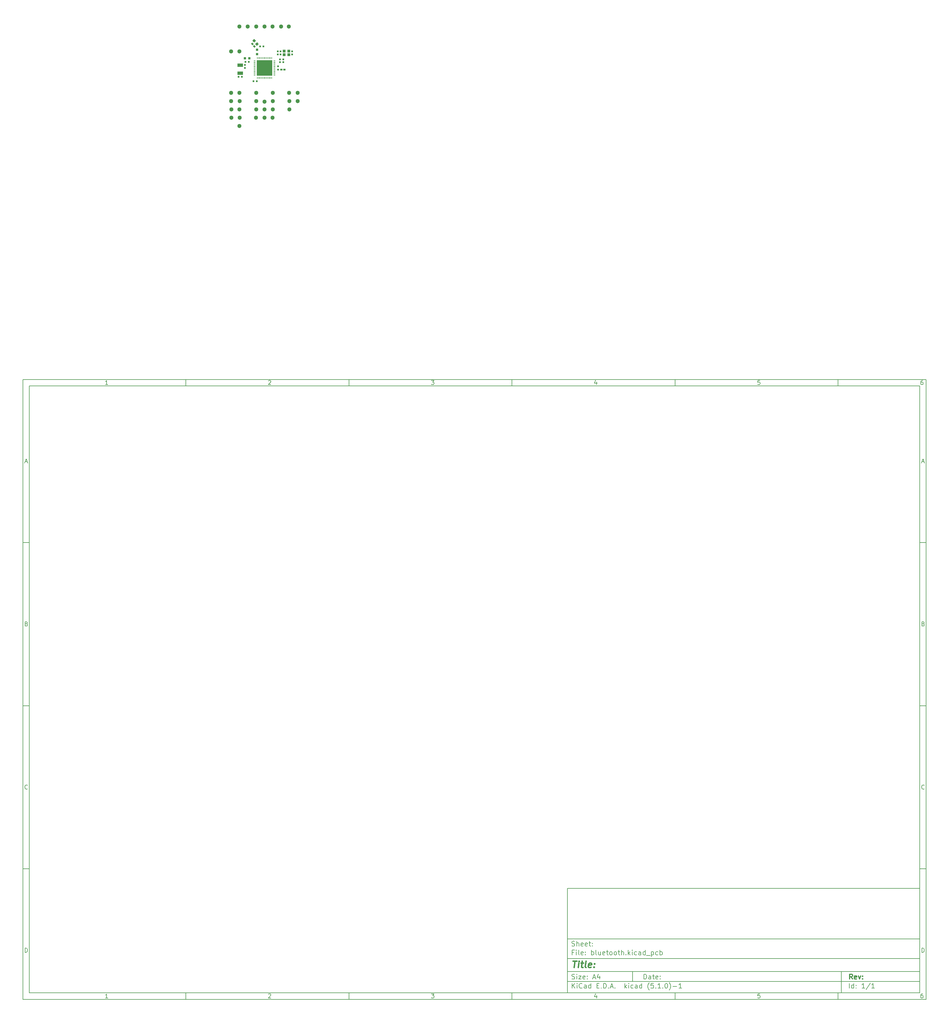
<source format=gbr>
G04 #@! TF.GenerationSoftware,KiCad,Pcbnew,(5.1.0)-1*
G04 #@! TF.CreationDate,2019-07-07T14:12:54+03:00*
G04 #@! TF.ProjectId,bluetooth,626c7565-746f-46f7-9468-2e6b69636164,rev?*
G04 #@! TF.SameCoordinates,Original*
G04 #@! TF.FileFunction,Soldermask,Top*
G04 #@! TF.FilePolarity,Negative*
%FSLAX46Y46*%
G04 Gerber Fmt 4.6, Leading zero omitted, Abs format (unit mm)*
G04 Created by KiCad (PCBNEW (5.1.0)-1) date 2019-07-07 14:12:54*
%MOMM*%
%LPD*%
G04 APERTURE LIST*
%ADD10C,0.100000*%
%ADD11C,0.150000*%
%ADD12C,0.300000*%
%ADD13C,0.400000*%
%ADD14C,1.300000*%
%ADD15O,0.650000X0.200000*%
%ADD16O,0.200000X0.650000*%
%ADD17R,4.700000X4.700000*%
%ADD18R,0.600000X0.500000*%
%ADD19C,0.750000*%
%ADD20C,0.500000*%
%ADD21R,0.800000X0.750000*%
%ADD22R,0.500000X0.600000*%
%ADD23R,0.950000X0.850000*%
%ADD24R,0.750000X0.800000*%
%ADD25R,0.650000X0.500000*%
%ADD26R,1.800000X1.000000*%
G04 APERTURE END LIST*
D10*
D11*
X177002200Y-166007200D02*
X177002200Y-198007200D01*
X285002200Y-198007200D01*
X285002200Y-166007200D01*
X177002200Y-166007200D01*
D10*
D11*
X10000000Y-10000000D02*
X10000000Y-200007200D01*
X287002200Y-200007200D01*
X287002200Y-10000000D01*
X10000000Y-10000000D01*
D10*
D11*
X12000000Y-12000000D02*
X12000000Y-198007200D01*
X285002200Y-198007200D01*
X285002200Y-12000000D01*
X12000000Y-12000000D01*
D10*
D11*
X60000000Y-12000000D02*
X60000000Y-10000000D01*
D10*
D11*
X110000000Y-12000000D02*
X110000000Y-10000000D01*
D10*
D11*
X160000000Y-12000000D02*
X160000000Y-10000000D01*
D10*
D11*
X210000000Y-12000000D02*
X210000000Y-10000000D01*
D10*
D11*
X260000000Y-12000000D02*
X260000000Y-10000000D01*
D10*
D11*
X36065476Y-11588095D02*
X35322619Y-11588095D01*
X35694047Y-11588095D02*
X35694047Y-10288095D01*
X35570238Y-10473809D01*
X35446428Y-10597619D01*
X35322619Y-10659523D01*
D10*
D11*
X85322619Y-10411904D02*
X85384523Y-10350000D01*
X85508333Y-10288095D01*
X85817857Y-10288095D01*
X85941666Y-10350000D01*
X86003571Y-10411904D01*
X86065476Y-10535714D01*
X86065476Y-10659523D01*
X86003571Y-10845238D01*
X85260714Y-11588095D01*
X86065476Y-11588095D01*
D10*
D11*
X135260714Y-10288095D02*
X136065476Y-10288095D01*
X135632142Y-10783333D01*
X135817857Y-10783333D01*
X135941666Y-10845238D01*
X136003571Y-10907142D01*
X136065476Y-11030952D01*
X136065476Y-11340476D01*
X136003571Y-11464285D01*
X135941666Y-11526190D01*
X135817857Y-11588095D01*
X135446428Y-11588095D01*
X135322619Y-11526190D01*
X135260714Y-11464285D01*
D10*
D11*
X185941666Y-10721428D02*
X185941666Y-11588095D01*
X185632142Y-10226190D02*
X185322619Y-11154761D01*
X186127380Y-11154761D01*
D10*
D11*
X236003571Y-10288095D02*
X235384523Y-10288095D01*
X235322619Y-10907142D01*
X235384523Y-10845238D01*
X235508333Y-10783333D01*
X235817857Y-10783333D01*
X235941666Y-10845238D01*
X236003571Y-10907142D01*
X236065476Y-11030952D01*
X236065476Y-11340476D01*
X236003571Y-11464285D01*
X235941666Y-11526190D01*
X235817857Y-11588095D01*
X235508333Y-11588095D01*
X235384523Y-11526190D01*
X235322619Y-11464285D01*
D10*
D11*
X285941666Y-10288095D02*
X285694047Y-10288095D01*
X285570238Y-10350000D01*
X285508333Y-10411904D01*
X285384523Y-10597619D01*
X285322619Y-10845238D01*
X285322619Y-11340476D01*
X285384523Y-11464285D01*
X285446428Y-11526190D01*
X285570238Y-11588095D01*
X285817857Y-11588095D01*
X285941666Y-11526190D01*
X286003571Y-11464285D01*
X286065476Y-11340476D01*
X286065476Y-11030952D01*
X286003571Y-10907142D01*
X285941666Y-10845238D01*
X285817857Y-10783333D01*
X285570238Y-10783333D01*
X285446428Y-10845238D01*
X285384523Y-10907142D01*
X285322619Y-11030952D01*
D10*
D11*
X60000000Y-198007200D02*
X60000000Y-200007200D01*
D10*
D11*
X110000000Y-198007200D02*
X110000000Y-200007200D01*
D10*
D11*
X160000000Y-198007200D02*
X160000000Y-200007200D01*
D10*
D11*
X210000000Y-198007200D02*
X210000000Y-200007200D01*
D10*
D11*
X260000000Y-198007200D02*
X260000000Y-200007200D01*
D10*
D11*
X36065476Y-199595295D02*
X35322619Y-199595295D01*
X35694047Y-199595295D02*
X35694047Y-198295295D01*
X35570238Y-198481009D01*
X35446428Y-198604819D01*
X35322619Y-198666723D01*
D10*
D11*
X85322619Y-198419104D02*
X85384523Y-198357200D01*
X85508333Y-198295295D01*
X85817857Y-198295295D01*
X85941666Y-198357200D01*
X86003571Y-198419104D01*
X86065476Y-198542914D01*
X86065476Y-198666723D01*
X86003571Y-198852438D01*
X85260714Y-199595295D01*
X86065476Y-199595295D01*
D10*
D11*
X135260714Y-198295295D02*
X136065476Y-198295295D01*
X135632142Y-198790533D01*
X135817857Y-198790533D01*
X135941666Y-198852438D01*
X136003571Y-198914342D01*
X136065476Y-199038152D01*
X136065476Y-199347676D01*
X136003571Y-199471485D01*
X135941666Y-199533390D01*
X135817857Y-199595295D01*
X135446428Y-199595295D01*
X135322619Y-199533390D01*
X135260714Y-199471485D01*
D10*
D11*
X185941666Y-198728628D02*
X185941666Y-199595295D01*
X185632142Y-198233390D02*
X185322619Y-199161961D01*
X186127380Y-199161961D01*
D10*
D11*
X236003571Y-198295295D02*
X235384523Y-198295295D01*
X235322619Y-198914342D01*
X235384523Y-198852438D01*
X235508333Y-198790533D01*
X235817857Y-198790533D01*
X235941666Y-198852438D01*
X236003571Y-198914342D01*
X236065476Y-199038152D01*
X236065476Y-199347676D01*
X236003571Y-199471485D01*
X235941666Y-199533390D01*
X235817857Y-199595295D01*
X235508333Y-199595295D01*
X235384523Y-199533390D01*
X235322619Y-199471485D01*
D10*
D11*
X285941666Y-198295295D02*
X285694047Y-198295295D01*
X285570238Y-198357200D01*
X285508333Y-198419104D01*
X285384523Y-198604819D01*
X285322619Y-198852438D01*
X285322619Y-199347676D01*
X285384523Y-199471485D01*
X285446428Y-199533390D01*
X285570238Y-199595295D01*
X285817857Y-199595295D01*
X285941666Y-199533390D01*
X286003571Y-199471485D01*
X286065476Y-199347676D01*
X286065476Y-199038152D01*
X286003571Y-198914342D01*
X285941666Y-198852438D01*
X285817857Y-198790533D01*
X285570238Y-198790533D01*
X285446428Y-198852438D01*
X285384523Y-198914342D01*
X285322619Y-199038152D01*
D10*
D11*
X10000000Y-60000000D02*
X12000000Y-60000000D01*
D10*
D11*
X10000000Y-110000000D02*
X12000000Y-110000000D01*
D10*
D11*
X10000000Y-160000000D02*
X12000000Y-160000000D01*
D10*
D11*
X10690476Y-35216666D02*
X11309523Y-35216666D01*
X10566666Y-35588095D02*
X11000000Y-34288095D01*
X11433333Y-35588095D01*
D10*
D11*
X11092857Y-84907142D02*
X11278571Y-84969047D01*
X11340476Y-85030952D01*
X11402380Y-85154761D01*
X11402380Y-85340476D01*
X11340476Y-85464285D01*
X11278571Y-85526190D01*
X11154761Y-85588095D01*
X10659523Y-85588095D01*
X10659523Y-84288095D01*
X11092857Y-84288095D01*
X11216666Y-84350000D01*
X11278571Y-84411904D01*
X11340476Y-84535714D01*
X11340476Y-84659523D01*
X11278571Y-84783333D01*
X11216666Y-84845238D01*
X11092857Y-84907142D01*
X10659523Y-84907142D01*
D10*
D11*
X11402380Y-135464285D02*
X11340476Y-135526190D01*
X11154761Y-135588095D01*
X11030952Y-135588095D01*
X10845238Y-135526190D01*
X10721428Y-135402380D01*
X10659523Y-135278571D01*
X10597619Y-135030952D01*
X10597619Y-134845238D01*
X10659523Y-134597619D01*
X10721428Y-134473809D01*
X10845238Y-134350000D01*
X11030952Y-134288095D01*
X11154761Y-134288095D01*
X11340476Y-134350000D01*
X11402380Y-134411904D01*
D10*
D11*
X10659523Y-185588095D02*
X10659523Y-184288095D01*
X10969047Y-184288095D01*
X11154761Y-184350000D01*
X11278571Y-184473809D01*
X11340476Y-184597619D01*
X11402380Y-184845238D01*
X11402380Y-185030952D01*
X11340476Y-185278571D01*
X11278571Y-185402380D01*
X11154761Y-185526190D01*
X10969047Y-185588095D01*
X10659523Y-185588095D01*
D10*
D11*
X287002200Y-60000000D02*
X285002200Y-60000000D01*
D10*
D11*
X287002200Y-110000000D02*
X285002200Y-110000000D01*
D10*
D11*
X287002200Y-160000000D02*
X285002200Y-160000000D01*
D10*
D11*
X285692676Y-35216666D02*
X286311723Y-35216666D01*
X285568866Y-35588095D02*
X286002200Y-34288095D01*
X286435533Y-35588095D01*
D10*
D11*
X286095057Y-84907142D02*
X286280771Y-84969047D01*
X286342676Y-85030952D01*
X286404580Y-85154761D01*
X286404580Y-85340476D01*
X286342676Y-85464285D01*
X286280771Y-85526190D01*
X286156961Y-85588095D01*
X285661723Y-85588095D01*
X285661723Y-84288095D01*
X286095057Y-84288095D01*
X286218866Y-84350000D01*
X286280771Y-84411904D01*
X286342676Y-84535714D01*
X286342676Y-84659523D01*
X286280771Y-84783333D01*
X286218866Y-84845238D01*
X286095057Y-84907142D01*
X285661723Y-84907142D01*
D10*
D11*
X286404580Y-135464285D02*
X286342676Y-135526190D01*
X286156961Y-135588095D01*
X286033152Y-135588095D01*
X285847438Y-135526190D01*
X285723628Y-135402380D01*
X285661723Y-135278571D01*
X285599819Y-135030952D01*
X285599819Y-134845238D01*
X285661723Y-134597619D01*
X285723628Y-134473809D01*
X285847438Y-134350000D01*
X286033152Y-134288095D01*
X286156961Y-134288095D01*
X286342676Y-134350000D01*
X286404580Y-134411904D01*
D10*
D11*
X285661723Y-185588095D02*
X285661723Y-184288095D01*
X285971247Y-184288095D01*
X286156961Y-184350000D01*
X286280771Y-184473809D01*
X286342676Y-184597619D01*
X286404580Y-184845238D01*
X286404580Y-185030952D01*
X286342676Y-185278571D01*
X286280771Y-185402380D01*
X286156961Y-185526190D01*
X285971247Y-185588095D01*
X285661723Y-185588095D01*
D10*
D11*
X200434342Y-193785771D02*
X200434342Y-192285771D01*
X200791485Y-192285771D01*
X201005771Y-192357200D01*
X201148628Y-192500057D01*
X201220057Y-192642914D01*
X201291485Y-192928628D01*
X201291485Y-193142914D01*
X201220057Y-193428628D01*
X201148628Y-193571485D01*
X201005771Y-193714342D01*
X200791485Y-193785771D01*
X200434342Y-193785771D01*
X202577200Y-193785771D02*
X202577200Y-193000057D01*
X202505771Y-192857200D01*
X202362914Y-192785771D01*
X202077200Y-192785771D01*
X201934342Y-192857200D01*
X202577200Y-193714342D02*
X202434342Y-193785771D01*
X202077200Y-193785771D01*
X201934342Y-193714342D01*
X201862914Y-193571485D01*
X201862914Y-193428628D01*
X201934342Y-193285771D01*
X202077200Y-193214342D01*
X202434342Y-193214342D01*
X202577200Y-193142914D01*
X203077200Y-192785771D02*
X203648628Y-192785771D01*
X203291485Y-192285771D02*
X203291485Y-193571485D01*
X203362914Y-193714342D01*
X203505771Y-193785771D01*
X203648628Y-193785771D01*
X204720057Y-193714342D02*
X204577200Y-193785771D01*
X204291485Y-193785771D01*
X204148628Y-193714342D01*
X204077200Y-193571485D01*
X204077200Y-193000057D01*
X204148628Y-192857200D01*
X204291485Y-192785771D01*
X204577200Y-192785771D01*
X204720057Y-192857200D01*
X204791485Y-193000057D01*
X204791485Y-193142914D01*
X204077200Y-193285771D01*
X205434342Y-193642914D02*
X205505771Y-193714342D01*
X205434342Y-193785771D01*
X205362914Y-193714342D01*
X205434342Y-193642914D01*
X205434342Y-193785771D01*
X205434342Y-192857200D02*
X205505771Y-192928628D01*
X205434342Y-193000057D01*
X205362914Y-192928628D01*
X205434342Y-192857200D01*
X205434342Y-193000057D01*
D10*
D11*
X177002200Y-194507200D02*
X285002200Y-194507200D01*
D10*
D11*
X178434342Y-196585771D02*
X178434342Y-195085771D01*
X179291485Y-196585771D02*
X178648628Y-195728628D01*
X179291485Y-195085771D02*
X178434342Y-195942914D01*
X179934342Y-196585771D02*
X179934342Y-195585771D01*
X179934342Y-195085771D02*
X179862914Y-195157200D01*
X179934342Y-195228628D01*
X180005771Y-195157200D01*
X179934342Y-195085771D01*
X179934342Y-195228628D01*
X181505771Y-196442914D02*
X181434342Y-196514342D01*
X181220057Y-196585771D01*
X181077200Y-196585771D01*
X180862914Y-196514342D01*
X180720057Y-196371485D01*
X180648628Y-196228628D01*
X180577200Y-195942914D01*
X180577200Y-195728628D01*
X180648628Y-195442914D01*
X180720057Y-195300057D01*
X180862914Y-195157200D01*
X181077200Y-195085771D01*
X181220057Y-195085771D01*
X181434342Y-195157200D01*
X181505771Y-195228628D01*
X182791485Y-196585771D02*
X182791485Y-195800057D01*
X182720057Y-195657200D01*
X182577200Y-195585771D01*
X182291485Y-195585771D01*
X182148628Y-195657200D01*
X182791485Y-196514342D02*
X182648628Y-196585771D01*
X182291485Y-196585771D01*
X182148628Y-196514342D01*
X182077200Y-196371485D01*
X182077200Y-196228628D01*
X182148628Y-196085771D01*
X182291485Y-196014342D01*
X182648628Y-196014342D01*
X182791485Y-195942914D01*
X184148628Y-196585771D02*
X184148628Y-195085771D01*
X184148628Y-196514342D02*
X184005771Y-196585771D01*
X183720057Y-196585771D01*
X183577200Y-196514342D01*
X183505771Y-196442914D01*
X183434342Y-196300057D01*
X183434342Y-195871485D01*
X183505771Y-195728628D01*
X183577200Y-195657200D01*
X183720057Y-195585771D01*
X184005771Y-195585771D01*
X184148628Y-195657200D01*
X186005771Y-195800057D02*
X186505771Y-195800057D01*
X186720057Y-196585771D02*
X186005771Y-196585771D01*
X186005771Y-195085771D01*
X186720057Y-195085771D01*
X187362914Y-196442914D02*
X187434342Y-196514342D01*
X187362914Y-196585771D01*
X187291485Y-196514342D01*
X187362914Y-196442914D01*
X187362914Y-196585771D01*
X188077200Y-196585771D02*
X188077200Y-195085771D01*
X188434342Y-195085771D01*
X188648628Y-195157200D01*
X188791485Y-195300057D01*
X188862914Y-195442914D01*
X188934342Y-195728628D01*
X188934342Y-195942914D01*
X188862914Y-196228628D01*
X188791485Y-196371485D01*
X188648628Y-196514342D01*
X188434342Y-196585771D01*
X188077200Y-196585771D01*
X189577200Y-196442914D02*
X189648628Y-196514342D01*
X189577200Y-196585771D01*
X189505771Y-196514342D01*
X189577200Y-196442914D01*
X189577200Y-196585771D01*
X190220057Y-196157200D02*
X190934342Y-196157200D01*
X190077200Y-196585771D02*
X190577200Y-195085771D01*
X191077200Y-196585771D01*
X191577200Y-196442914D02*
X191648628Y-196514342D01*
X191577200Y-196585771D01*
X191505771Y-196514342D01*
X191577200Y-196442914D01*
X191577200Y-196585771D01*
X194577200Y-196585771D02*
X194577200Y-195085771D01*
X194720057Y-196014342D02*
X195148628Y-196585771D01*
X195148628Y-195585771D02*
X194577200Y-196157200D01*
X195791485Y-196585771D02*
X195791485Y-195585771D01*
X195791485Y-195085771D02*
X195720057Y-195157200D01*
X195791485Y-195228628D01*
X195862914Y-195157200D01*
X195791485Y-195085771D01*
X195791485Y-195228628D01*
X197148628Y-196514342D02*
X197005771Y-196585771D01*
X196720057Y-196585771D01*
X196577200Y-196514342D01*
X196505771Y-196442914D01*
X196434342Y-196300057D01*
X196434342Y-195871485D01*
X196505771Y-195728628D01*
X196577200Y-195657200D01*
X196720057Y-195585771D01*
X197005771Y-195585771D01*
X197148628Y-195657200D01*
X198434342Y-196585771D02*
X198434342Y-195800057D01*
X198362914Y-195657200D01*
X198220057Y-195585771D01*
X197934342Y-195585771D01*
X197791485Y-195657200D01*
X198434342Y-196514342D02*
X198291485Y-196585771D01*
X197934342Y-196585771D01*
X197791485Y-196514342D01*
X197720057Y-196371485D01*
X197720057Y-196228628D01*
X197791485Y-196085771D01*
X197934342Y-196014342D01*
X198291485Y-196014342D01*
X198434342Y-195942914D01*
X199791485Y-196585771D02*
X199791485Y-195085771D01*
X199791485Y-196514342D02*
X199648628Y-196585771D01*
X199362914Y-196585771D01*
X199220057Y-196514342D01*
X199148628Y-196442914D01*
X199077200Y-196300057D01*
X199077200Y-195871485D01*
X199148628Y-195728628D01*
X199220057Y-195657200D01*
X199362914Y-195585771D01*
X199648628Y-195585771D01*
X199791485Y-195657200D01*
X202077200Y-197157200D02*
X202005771Y-197085771D01*
X201862914Y-196871485D01*
X201791485Y-196728628D01*
X201720057Y-196514342D01*
X201648628Y-196157200D01*
X201648628Y-195871485D01*
X201720057Y-195514342D01*
X201791485Y-195300057D01*
X201862914Y-195157200D01*
X202005771Y-194942914D01*
X202077200Y-194871485D01*
X203362914Y-195085771D02*
X202648628Y-195085771D01*
X202577200Y-195800057D01*
X202648628Y-195728628D01*
X202791485Y-195657200D01*
X203148628Y-195657200D01*
X203291485Y-195728628D01*
X203362914Y-195800057D01*
X203434342Y-195942914D01*
X203434342Y-196300057D01*
X203362914Y-196442914D01*
X203291485Y-196514342D01*
X203148628Y-196585771D01*
X202791485Y-196585771D01*
X202648628Y-196514342D01*
X202577200Y-196442914D01*
X204077200Y-196442914D02*
X204148628Y-196514342D01*
X204077200Y-196585771D01*
X204005771Y-196514342D01*
X204077200Y-196442914D01*
X204077200Y-196585771D01*
X205577200Y-196585771D02*
X204720057Y-196585771D01*
X205148628Y-196585771D02*
X205148628Y-195085771D01*
X205005771Y-195300057D01*
X204862914Y-195442914D01*
X204720057Y-195514342D01*
X206220057Y-196442914D02*
X206291485Y-196514342D01*
X206220057Y-196585771D01*
X206148628Y-196514342D01*
X206220057Y-196442914D01*
X206220057Y-196585771D01*
X207220057Y-195085771D02*
X207362914Y-195085771D01*
X207505771Y-195157200D01*
X207577200Y-195228628D01*
X207648628Y-195371485D01*
X207720057Y-195657200D01*
X207720057Y-196014342D01*
X207648628Y-196300057D01*
X207577200Y-196442914D01*
X207505771Y-196514342D01*
X207362914Y-196585771D01*
X207220057Y-196585771D01*
X207077200Y-196514342D01*
X207005771Y-196442914D01*
X206934342Y-196300057D01*
X206862914Y-196014342D01*
X206862914Y-195657200D01*
X206934342Y-195371485D01*
X207005771Y-195228628D01*
X207077200Y-195157200D01*
X207220057Y-195085771D01*
X208220057Y-197157200D02*
X208291485Y-197085771D01*
X208434342Y-196871485D01*
X208505771Y-196728628D01*
X208577200Y-196514342D01*
X208648628Y-196157200D01*
X208648628Y-195871485D01*
X208577200Y-195514342D01*
X208505771Y-195300057D01*
X208434342Y-195157200D01*
X208291485Y-194942914D01*
X208220057Y-194871485D01*
X209362914Y-196014342D02*
X210505771Y-196014342D01*
X212005771Y-196585771D02*
X211148628Y-196585771D01*
X211577200Y-196585771D02*
X211577200Y-195085771D01*
X211434342Y-195300057D01*
X211291485Y-195442914D01*
X211148628Y-195514342D01*
D10*
D11*
X177002200Y-191507200D02*
X285002200Y-191507200D01*
D10*
D12*
X264411485Y-193785771D02*
X263911485Y-193071485D01*
X263554342Y-193785771D02*
X263554342Y-192285771D01*
X264125771Y-192285771D01*
X264268628Y-192357200D01*
X264340057Y-192428628D01*
X264411485Y-192571485D01*
X264411485Y-192785771D01*
X264340057Y-192928628D01*
X264268628Y-193000057D01*
X264125771Y-193071485D01*
X263554342Y-193071485D01*
X265625771Y-193714342D02*
X265482914Y-193785771D01*
X265197200Y-193785771D01*
X265054342Y-193714342D01*
X264982914Y-193571485D01*
X264982914Y-193000057D01*
X265054342Y-192857200D01*
X265197200Y-192785771D01*
X265482914Y-192785771D01*
X265625771Y-192857200D01*
X265697200Y-193000057D01*
X265697200Y-193142914D01*
X264982914Y-193285771D01*
X266197200Y-192785771D02*
X266554342Y-193785771D01*
X266911485Y-192785771D01*
X267482914Y-193642914D02*
X267554342Y-193714342D01*
X267482914Y-193785771D01*
X267411485Y-193714342D01*
X267482914Y-193642914D01*
X267482914Y-193785771D01*
X267482914Y-192857200D02*
X267554342Y-192928628D01*
X267482914Y-193000057D01*
X267411485Y-192928628D01*
X267482914Y-192857200D01*
X267482914Y-193000057D01*
D10*
D11*
X178362914Y-193714342D02*
X178577200Y-193785771D01*
X178934342Y-193785771D01*
X179077200Y-193714342D01*
X179148628Y-193642914D01*
X179220057Y-193500057D01*
X179220057Y-193357200D01*
X179148628Y-193214342D01*
X179077200Y-193142914D01*
X178934342Y-193071485D01*
X178648628Y-193000057D01*
X178505771Y-192928628D01*
X178434342Y-192857200D01*
X178362914Y-192714342D01*
X178362914Y-192571485D01*
X178434342Y-192428628D01*
X178505771Y-192357200D01*
X178648628Y-192285771D01*
X179005771Y-192285771D01*
X179220057Y-192357200D01*
X179862914Y-193785771D02*
X179862914Y-192785771D01*
X179862914Y-192285771D02*
X179791485Y-192357200D01*
X179862914Y-192428628D01*
X179934342Y-192357200D01*
X179862914Y-192285771D01*
X179862914Y-192428628D01*
X180434342Y-192785771D02*
X181220057Y-192785771D01*
X180434342Y-193785771D01*
X181220057Y-193785771D01*
X182362914Y-193714342D02*
X182220057Y-193785771D01*
X181934342Y-193785771D01*
X181791485Y-193714342D01*
X181720057Y-193571485D01*
X181720057Y-193000057D01*
X181791485Y-192857200D01*
X181934342Y-192785771D01*
X182220057Y-192785771D01*
X182362914Y-192857200D01*
X182434342Y-193000057D01*
X182434342Y-193142914D01*
X181720057Y-193285771D01*
X183077200Y-193642914D02*
X183148628Y-193714342D01*
X183077200Y-193785771D01*
X183005771Y-193714342D01*
X183077200Y-193642914D01*
X183077200Y-193785771D01*
X183077200Y-192857200D02*
X183148628Y-192928628D01*
X183077200Y-193000057D01*
X183005771Y-192928628D01*
X183077200Y-192857200D01*
X183077200Y-193000057D01*
X184862914Y-193357200D02*
X185577200Y-193357200D01*
X184720057Y-193785771D02*
X185220057Y-192285771D01*
X185720057Y-193785771D01*
X186862914Y-192785771D02*
X186862914Y-193785771D01*
X186505771Y-192214342D02*
X186148628Y-193285771D01*
X187077200Y-193285771D01*
D10*
D11*
X263434342Y-196585771D02*
X263434342Y-195085771D01*
X264791485Y-196585771D02*
X264791485Y-195085771D01*
X264791485Y-196514342D02*
X264648628Y-196585771D01*
X264362914Y-196585771D01*
X264220057Y-196514342D01*
X264148628Y-196442914D01*
X264077200Y-196300057D01*
X264077200Y-195871485D01*
X264148628Y-195728628D01*
X264220057Y-195657200D01*
X264362914Y-195585771D01*
X264648628Y-195585771D01*
X264791485Y-195657200D01*
X265505771Y-196442914D02*
X265577200Y-196514342D01*
X265505771Y-196585771D01*
X265434342Y-196514342D01*
X265505771Y-196442914D01*
X265505771Y-196585771D01*
X265505771Y-195657200D02*
X265577200Y-195728628D01*
X265505771Y-195800057D01*
X265434342Y-195728628D01*
X265505771Y-195657200D01*
X265505771Y-195800057D01*
X268148628Y-196585771D02*
X267291485Y-196585771D01*
X267720057Y-196585771D02*
X267720057Y-195085771D01*
X267577200Y-195300057D01*
X267434342Y-195442914D01*
X267291485Y-195514342D01*
X269862914Y-195014342D02*
X268577200Y-196942914D01*
X271148628Y-196585771D02*
X270291485Y-196585771D01*
X270720057Y-196585771D02*
X270720057Y-195085771D01*
X270577200Y-195300057D01*
X270434342Y-195442914D01*
X270291485Y-195514342D01*
D10*
D11*
X177002200Y-187507200D02*
X285002200Y-187507200D01*
D10*
D13*
X178714580Y-188211961D02*
X179857438Y-188211961D01*
X179036009Y-190211961D02*
X179286009Y-188211961D01*
X180274104Y-190211961D02*
X180440771Y-188878628D01*
X180524104Y-188211961D02*
X180416961Y-188307200D01*
X180500295Y-188402438D01*
X180607438Y-188307200D01*
X180524104Y-188211961D01*
X180500295Y-188402438D01*
X181107438Y-188878628D02*
X181869342Y-188878628D01*
X181476485Y-188211961D02*
X181262200Y-189926247D01*
X181333628Y-190116723D01*
X181512200Y-190211961D01*
X181702676Y-190211961D01*
X182655057Y-190211961D02*
X182476485Y-190116723D01*
X182405057Y-189926247D01*
X182619342Y-188211961D01*
X184190771Y-190116723D02*
X183988390Y-190211961D01*
X183607438Y-190211961D01*
X183428866Y-190116723D01*
X183357438Y-189926247D01*
X183452676Y-189164342D01*
X183571723Y-188973866D01*
X183774104Y-188878628D01*
X184155057Y-188878628D01*
X184333628Y-188973866D01*
X184405057Y-189164342D01*
X184381247Y-189354819D01*
X183405057Y-189545295D01*
X185155057Y-190021485D02*
X185238390Y-190116723D01*
X185131247Y-190211961D01*
X185047914Y-190116723D01*
X185155057Y-190021485D01*
X185131247Y-190211961D01*
X185286009Y-188973866D02*
X185369342Y-189069104D01*
X185262200Y-189164342D01*
X185178866Y-189069104D01*
X185286009Y-188973866D01*
X185262200Y-189164342D01*
D10*
D11*
X178934342Y-185600057D02*
X178434342Y-185600057D01*
X178434342Y-186385771D02*
X178434342Y-184885771D01*
X179148628Y-184885771D01*
X179720057Y-186385771D02*
X179720057Y-185385771D01*
X179720057Y-184885771D02*
X179648628Y-184957200D01*
X179720057Y-185028628D01*
X179791485Y-184957200D01*
X179720057Y-184885771D01*
X179720057Y-185028628D01*
X180648628Y-186385771D02*
X180505771Y-186314342D01*
X180434342Y-186171485D01*
X180434342Y-184885771D01*
X181791485Y-186314342D02*
X181648628Y-186385771D01*
X181362914Y-186385771D01*
X181220057Y-186314342D01*
X181148628Y-186171485D01*
X181148628Y-185600057D01*
X181220057Y-185457200D01*
X181362914Y-185385771D01*
X181648628Y-185385771D01*
X181791485Y-185457200D01*
X181862914Y-185600057D01*
X181862914Y-185742914D01*
X181148628Y-185885771D01*
X182505771Y-186242914D02*
X182577200Y-186314342D01*
X182505771Y-186385771D01*
X182434342Y-186314342D01*
X182505771Y-186242914D01*
X182505771Y-186385771D01*
X182505771Y-185457200D02*
X182577200Y-185528628D01*
X182505771Y-185600057D01*
X182434342Y-185528628D01*
X182505771Y-185457200D01*
X182505771Y-185600057D01*
X184362914Y-186385771D02*
X184362914Y-184885771D01*
X184362914Y-185457200D02*
X184505771Y-185385771D01*
X184791485Y-185385771D01*
X184934342Y-185457200D01*
X185005771Y-185528628D01*
X185077200Y-185671485D01*
X185077200Y-186100057D01*
X185005771Y-186242914D01*
X184934342Y-186314342D01*
X184791485Y-186385771D01*
X184505771Y-186385771D01*
X184362914Y-186314342D01*
X185934342Y-186385771D02*
X185791485Y-186314342D01*
X185720057Y-186171485D01*
X185720057Y-184885771D01*
X187148628Y-185385771D02*
X187148628Y-186385771D01*
X186505771Y-185385771D02*
X186505771Y-186171485D01*
X186577200Y-186314342D01*
X186720057Y-186385771D01*
X186934342Y-186385771D01*
X187077200Y-186314342D01*
X187148628Y-186242914D01*
X188434342Y-186314342D02*
X188291485Y-186385771D01*
X188005771Y-186385771D01*
X187862914Y-186314342D01*
X187791485Y-186171485D01*
X187791485Y-185600057D01*
X187862914Y-185457200D01*
X188005771Y-185385771D01*
X188291485Y-185385771D01*
X188434342Y-185457200D01*
X188505771Y-185600057D01*
X188505771Y-185742914D01*
X187791485Y-185885771D01*
X188934342Y-185385771D02*
X189505771Y-185385771D01*
X189148628Y-184885771D02*
X189148628Y-186171485D01*
X189220057Y-186314342D01*
X189362914Y-186385771D01*
X189505771Y-186385771D01*
X190220057Y-186385771D02*
X190077200Y-186314342D01*
X190005771Y-186242914D01*
X189934342Y-186100057D01*
X189934342Y-185671485D01*
X190005771Y-185528628D01*
X190077200Y-185457200D01*
X190220057Y-185385771D01*
X190434342Y-185385771D01*
X190577200Y-185457200D01*
X190648628Y-185528628D01*
X190720057Y-185671485D01*
X190720057Y-186100057D01*
X190648628Y-186242914D01*
X190577200Y-186314342D01*
X190434342Y-186385771D01*
X190220057Y-186385771D01*
X191577200Y-186385771D02*
X191434342Y-186314342D01*
X191362914Y-186242914D01*
X191291485Y-186100057D01*
X191291485Y-185671485D01*
X191362914Y-185528628D01*
X191434342Y-185457200D01*
X191577200Y-185385771D01*
X191791485Y-185385771D01*
X191934342Y-185457200D01*
X192005771Y-185528628D01*
X192077200Y-185671485D01*
X192077200Y-186100057D01*
X192005771Y-186242914D01*
X191934342Y-186314342D01*
X191791485Y-186385771D01*
X191577200Y-186385771D01*
X192505771Y-185385771D02*
X193077200Y-185385771D01*
X192720057Y-184885771D02*
X192720057Y-186171485D01*
X192791485Y-186314342D01*
X192934342Y-186385771D01*
X193077200Y-186385771D01*
X193577200Y-186385771D02*
X193577200Y-184885771D01*
X194220057Y-186385771D02*
X194220057Y-185600057D01*
X194148628Y-185457200D01*
X194005771Y-185385771D01*
X193791485Y-185385771D01*
X193648628Y-185457200D01*
X193577200Y-185528628D01*
X194934342Y-186242914D02*
X195005771Y-186314342D01*
X194934342Y-186385771D01*
X194862914Y-186314342D01*
X194934342Y-186242914D01*
X194934342Y-186385771D01*
X195648628Y-186385771D02*
X195648628Y-184885771D01*
X195791485Y-185814342D02*
X196220057Y-186385771D01*
X196220057Y-185385771D02*
X195648628Y-185957200D01*
X196862914Y-186385771D02*
X196862914Y-185385771D01*
X196862914Y-184885771D02*
X196791485Y-184957200D01*
X196862914Y-185028628D01*
X196934342Y-184957200D01*
X196862914Y-184885771D01*
X196862914Y-185028628D01*
X198220057Y-186314342D02*
X198077200Y-186385771D01*
X197791485Y-186385771D01*
X197648628Y-186314342D01*
X197577200Y-186242914D01*
X197505771Y-186100057D01*
X197505771Y-185671485D01*
X197577200Y-185528628D01*
X197648628Y-185457200D01*
X197791485Y-185385771D01*
X198077200Y-185385771D01*
X198220057Y-185457200D01*
X199505771Y-186385771D02*
X199505771Y-185600057D01*
X199434342Y-185457200D01*
X199291485Y-185385771D01*
X199005771Y-185385771D01*
X198862914Y-185457200D01*
X199505771Y-186314342D02*
X199362914Y-186385771D01*
X199005771Y-186385771D01*
X198862914Y-186314342D01*
X198791485Y-186171485D01*
X198791485Y-186028628D01*
X198862914Y-185885771D01*
X199005771Y-185814342D01*
X199362914Y-185814342D01*
X199505771Y-185742914D01*
X200862914Y-186385771D02*
X200862914Y-184885771D01*
X200862914Y-186314342D02*
X200720057Y-186385771D01*
X200434342Y-186385771D01*
X200291485Y-186314342D01*
X200220057Y-186242914D01*
X200148628Y-186100057D01*
X200148628Y-185671485D01*
X200220057Y-185528628D01*
X200291485Y-185457200D01*
X200434342Y-185385771D01*
X200720057Y-185385771D01*
X200862914Y-185457200D01*
X201220057Y-186528628D02*
X202362914Y-186528628D01*
X202720057Y-185385771D02*
X202720057Y-186885771D01*
X202720057Y-185457200D02*
X202862914Y-185385771D01*
X203148628Y-185385771D01*
X203291485Y-185457200D01*
X203362914Y-185528628D01*
X203434342Y-185671485D01*
X203434342Y-186100057D01*
X203362914Y-186242914D01*
X203291485Y-186314342D01*
X203148628Y-186385771D01*
X202862914Y-186385771D01*
X202720057Y-186314342D01*
X204720057Y-186314342D02*
X204577200Y-186385771D01*
X204291485Y-186385771D01*
X204148628Y-186314342D01*
X204077200Y-186242914D01*
X204005771Y-186100057D01*
X204005771Y-185671485D01*
X204077200Y-185528628D01*
X204148628Y-185457200D01*
X204291485Y-185385771D01*
X204577200Y-185385771D01*
X204720057Y-185457200D01*
X205362914Y-186385771D02*
X205362914Y-184885771D01*
X205362914Y-185457200D02*
X205505771Y-185385771D01*
X205791485Y-185385771D01*
X205934342Y-185457200D01*
X206005771Y-185528628D01*
X206077200Y-185671485D01*
X206077200Y-186100057D01*
X206005771Y-186242914D01*
X205934342Y-186314342D01*
X205791485Y-186385771D01*
X205505771Y-186385771D01*
X205362914Y-186314342D01*
D10*
D11*
X177002200Y-181507200D02*
X285002200Y-181507200D01*
D10*
D11*
X178362914Y-183614342D02*
X178577200Y-183685771D01*
X178934342Y-183685771D01*
X179077200Y-183614342D01*
X179148628Y-183542914D01*
X179220057Y-183400057D01*
X179220057Y-183257200D01*
X179148628Y-183114342D01*
X179077200Y-183042914D01*
X178934342Y-182971485D01*
X178648628Y-182900057D01*
X178505771Y-182828628D01*
X178434342Y-182757200D01*
X178362914Y-182614342D01*
X178362914Y-182471485D01*
X178434342Y-182328628D01*
X178505771Y-182257200D01*
X178648628Y-182185771D01*
X179005771Y-182185771D01*
X179220057Y-182257200D01*
X179862914Y-183685771D02*
X179862914Y-182185771D01*
X180505771Y-183685771D02*
X180505771Y-182900057D01*
X180434342Y-182757200D01*
X180291485Y-182685771D01*
X180077200Y-182685771D01*
X179934342Y-182757200D01*
X179862914Y-182828628D01*
X181791485Y-183614342D02*
X181648628Y-183685771D01*
X181362914Y-183685771D01*
X181220057Y-183614342D01*
X181148628Y-183471485D01*
X181148628Y-182900057D01*
X181220057Y-182757200D01*
X181362914Y-182685771D01*
X181648628Y-182685771D01*
X181791485Y-182757200D01*
X181862914Y-182900057D01*
X181862914Y-183042914D01*
X181148628Y-183185771D01*
X183077200Y-183614342D02*
X182934342Y-183685771D01*
X182648628Y-183685771D01*
X182505771Y-183614342D01*
X182434342Y-183471485D01*
X182434342Y-182900057D01*
X182505771Y-182757200D01*
X182648628Y-182685771D01*
X182934342Y-182685771D01*
X183077200Y-182757200D01*
X183148628Y-182900057D01*
X183148628Y-183042914D01*
X182434342Y-183185771D01*
X183577200Y-182685771D02*
X184148628Y-182685771D01*
X183791485Y-182185771D02*
X183791485Y-183471485D01*
X183862914Y-183614342D01*
X184005771Y-183685771D01*
X184148628Y-183685771D01*
X184648628Y-183542914D02*
X184720057Y-183614342D01*
X184648628Y-183685771D01*
X184577200Y-183614342D01*
X184648628Y-183542914D01*
X184648628Y-183685771D01*
X184648628Y-182757200D02*
X184720057Y-182828628D01*
X184648628Y-182900057D01*
X184577200Y-182828628D01*
X184648628Y-182757200D01*
X184648628Y-182900057D01*
D10*
D11*
X197002200Y-191507200D02*
X197002200Y-194507200D01*
D10*
D11*
X261002200Y-191507200D02*
X261002200Y-198007200D01*
D14*
G04 #@! TO.C,U22*
X86650000Y77830000D03*
G04 #@! TD*
G04 #@! TO.C,U26*
X73890000Y90530000D03*
G04 #@! TD*
G04 #@! TO.C,U8*
X76430000Y90530000D03*
G04 #@! TD*
D15*
G04 #@! TO.C,U1*
X81080940Y87691620D03*
X81080940Y87291620D03*
X81080940Y86891620D03*
X81080940Y86491620D03*
X81080940Y86091620D03*
X81080940Y85691620D03*
X81080940Y85291620D03*
X81080940Y84891620D03*
X81080940Y84491620D03*
X81080940Y84091620D03*
X81080940Y83691620D03*
X81080940Y83291620D03*
D16*
X81905930Y82466620D03*
X82305930Y82466620D03*
X82705940Y82466620D03*
X83105930Y82466620D03*
X83505930Y82466620D03*
X83905940Y82466620D03*
X84305940Y82466620D03*
X84705940Y82466620D03*
X85105940Y82466620D03*
X85505940Y82466620D03*
X85905940Y82466620D03*
X86305940Y82466620D03*
D15*
X87130940Y83291620D03*
X87130940Y83691620D03*
X87130940Y84091620D03*
X87130940Y84491620D03*
X87130940Y84891620D03*
X87130940Y85291620D03*
X87130940Y85691620D03*
X87130940Y86091620D03*
X87130940Y86491620D03*
X87130940Y86891620D03*
X87130940Y87291620D03*
X87130940Y87691620D03*
D16*
X86305940Y88516620D03*
X85905930Y88516620D03*
X85505940Y88516620D03*
X85105940Y88516620D03*
X84705930Y88516620D03*
X84305940Y88516620D03*
X83905930Y88516620D03*
X83505930Y88516620D03*
X83105930Y88516620D03*
X82705930Y88516620D03*
X82305930Y88516620D03*
X81905930Y88516620D03*
D17*
X84105940Y85491620D03*
G04 #@! TD*
D14*
G04 #@! TO.C,U33*
X76430000Y77830000D03*
G04 #@! TD*
G04 #@! TO.C,U31*
X81510000Y70210000D03*
G04 #@! TD*
G04 #@! TO.C,U25*
X73950000Y72800000D03*
G04 #@! TD*
G04 #@! TO.C,U20*
X84110000Y72800000D03*
G04 #@! TD*
G04 #@! TO.C,U19*
X91670000Y77830000D03*
G04 #@! TD*
D18*
G04 #@! TO.C,C12*
X77138330Y82799220D03*
X76138330Y82799220D03*
G04 #@! TD*
D19*
G04 #@! TO.C,C10*
X81797340Y92802820D03*
D10*
G36*
X81731968Y92258438D02*
G01*
X81249877Y92832972D01*
X81862712Y93347202D01*
X82344803Y92772668D01*
X81731968Y92258438D01*
X81731968Y92258438D01*
G37*
D19*
X80929570Y93836980D03*
D10*
G36*
X80864198Y93292598D02*
G01*
X80382107Y93867132D01*
X80994942Y94381362D01*
X81477033Y93806828D01*
X80864198Y93292598D01*
X80864198Y93292598D01*
G37*
G04 #@! TD*
D20*
G04 #@! TO.C,L3*
X80982980Y92092430D03*
D10*
G36*
X81000375Y91682769D02*
G01*
X80582563Y92180698D01*
X80965585Y92502091D01*
X81383397Y92004162D01*
X81000375Y91682769D01*
X81000375Y91682769D01*
G37*
D20*
X80372330Y92820170D03*
D10*
G36*
X80389725Y92410509D02*
G01*
X79971913Y92908438D01*
X80354935Y93229831D01*
X80772747Y92731902D01*
X80389725Y92410509D01*
X80389725Y92410509D01*
G37*
G04 #@! TD*
D21*
G04 #@! TO.C,L2*
X81845340Y91048580D03*
X81845340Y89698580D03*
G04 #@! TD*
D18*
G04 #@! TO.C,C4*
X79271930Y87371220D03*
X78271930Y87371220D03*
G04 #@! TD*
G04 #@! TO.C,C5*
X81761130Y81402220D03*
X80761130Y81402220D03*
G04 #@! TD*
G04 #@! TO.C,C7*
X88889140Y88107820D03*
X89889140Y88107820D03*
G04 #@! TD*
D22*
G04 #@! TO.C,C1*
X92589370Y90589200D03*
X92589370Y89589200D03*
G04 #@! TD*
D23*
G04 #@! TO.C,X1*
X90086370Y89514200D03*
X90086370Y90664200D03*
X91536370Y90664200D03*
X91536370Y89514200D03*
G04 #@! TD*
D22*
G04 #@! TO.C,C8*
X88144370Y89589200D03*
X88144370Y90589200D03*
G04 #@! TD*
D24*
G04 #@! TO.C,C9*
X78096940Y88412620D03*
X79446940Y88412620D03*
G04 #@! TD*
D18*
G04 #@! TO.C,C6*
X89889130Y87218820D03*
X88889130Y87218820D03*
G04 #@! TD*
D22*
G04 #@! TO.C,C2*
X89033370Y89589200D03*
X89033370Y90589200D03*
G04 #@! TD*
D25*
G04 #@! TO.C,L1*
X90194340Y84983620D03*
X89244340Y84983620D03*
G04 #@! TD*
D22*
G04 #@! TO.C,C3*
X88296940Y85991620D03*
X88296940Y84991620D03*
G04 #@! TD*
D26*
G04 #@! TO.C,X2*
X76638340Y83860620D03*
X76638340Y86360610D03*
G04 #@! TD*
D22*
G04 #@! TO.C,C11*
X78060740Y86448820D03*
X78060740Y85448820D03*
G04 #@! TD*
D18*
G04 #@! TO.C,C13*
X82793140Y92070220D03*
X83793140Y92070220D03*
G04 #@! TD*
D14*
G04 #@! TO.C,U32*
X73890000Y75290000D03*
G04 #@! TD*
G04 #@! TO.C,U30*
X76430000Y72750000D03*
G04 #@! TD*
G04 #@! TO.C,U29*
X73890000Y77830000D03*
G04 #@! TD*
G04 #@! TO.C,U28*
X73950000Y70260000D03*
G04 #@! TD*
G04 #@! TO.C,U27*
X84110000Y70260000D03*
G04 #@! TD*
G04 #@! TO.C,U24*
X76430000Y67670000D03*
G04 #@! TD*
G04 #@! TO.C,U23*
X86590000Y70210000D03*
G04 #@! TD*
G04 #@! TO.C,U22*
X86650000Y75340000D03*
G04 #@! TD*
G04 #@! TO.C,U21*
X76490000Y75340000D03*
G04 #@! TD*
G04 #@! TO.C,U18*
X84140000Y75110000D03*
G04 #@! TD*
G04 #@! TO.C,U17*
X81570000Y72800000D03*
G04 #@! TD*
G04 #@! TO.C,U16*
X91730000Y75340000D03*
G04 #@! TD*
G04 #@! TO.C,U15*
X94270000Y77880000D03*
G04 #@! TD*
G04 #@! TO.C,U14*
X81570000Y77880000D03*
G04 #@! TD*
G04 #@! TO.C,U13*
X86650000Y72800000D03*
G04 #@! TD*
G04 #@! TO.C,U12*
X94270000Y75340000D03*
G04 #@! TD*
G04 #@! TO.C,U11*
X81570000Y75340000D03*
G04 #@! TD*
G04 #@! TO.C,U10*
X91730000Y72800000D03*
G04 #@! TD*
G04 #@! TO.C,U9*
X76490000Y70260000D03*
G04 #@! TD*
G04 #@! TO.C,U7*
X76430000Y98150000D03*
G04 #@! TD*
G04 #@! TO.C,U6*
X84110000Y98200000D03*
G04 #@! TD*
G04 #@! TO.C,U5*
X78970000Y98150000D03*
G04 #@! TD*
G04 #@! TO.C,U4*
X86590000Y98150000D03*
G04 #@! TD*
G04 #@! TO.C,U3*
X89190000Y98200000D03*
G04 #@! TD*
G04 #@! TO.C,U2*
X81590000Y98150000D03*
G04 #@! TD*
G04 #@! TO.C,U1*
X91590000Y98150000D03*
G04 #@! TD*
M02*

</source>
